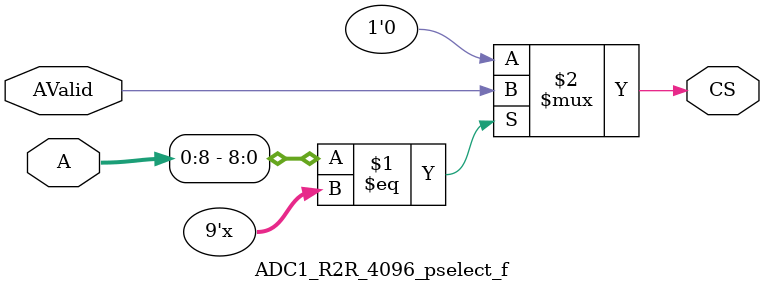
<source format=v>
`timescale 1 ps/1 ps

module ADC1_R2R_4096_pselect_f ( A, AValid, CS) ;

parameter C_AB  = 9;
parameter C_AW  = 32;
parameter [0:C_AW - 1] C_BAR =  'bz;
parameter C_FAMILY  = "nofamily";
input[0:C_AW-1] A; 
input AValid; 
output CS; 
wire CS;
parameter [0:C_AB-1]BAR = C_BAR[0:C_AB-1];

//----------------------------------------------------------------------------
// Build a behavioral decoder
//----------------------------------------------------------------------------
generate
if (C_AB > 0) begin : XST_WA
assign CS = (A[0:C_AB - 1] == BAR[0:C_AB - 1]) ? AValid : 1'b0 ;
end
endgenerate

generate
if (C_AB == 0) begin : PASS_ON_GEN
assign CS = AValid ;
end
endgenerate
endmodule

</source>
